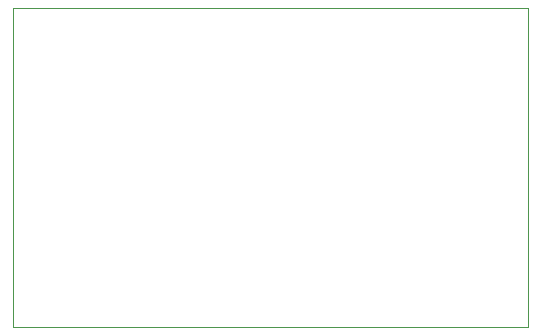
<source format=gbr>
%TF.GenerationSoftware,KiCad,Pcbnew,(6.0.7)*%
%TF.CreationDate,2022-09-02T14:05:42+02:00*%
%TF.ProjectId,blackmagic,626c6163-6b6d-4616-9769-632e6b696361,rev?*%
%TF.SameCoordinates,Original*%
%TF.FileFunction,Profile,NP*%
%FSLAX46Y46*%
G04 Gerber Fmt 4.6, Leading zero omitted, Abs format (unit mm)*
G04 Created by KiCad (PCBNEW (6.0.7)) date 2022-09-02 14:05:42*
%MOMM*%
%LPD*%
G01*
G04 APERTURE LIST*
%TA.AperFunction,Profile*%
%ADD10C,0.050000*%
%TD*%
G04 APERTURE END LIST*
D10*
X20000000Y-20000000D02*
X63575000Y-20000000D01*
X63575000Y-20000000D02*
X63575000Y-46950000D01*
X63575000Y-46950000D02*
X20000000Y-46950000D01*
X20000000Y-46950000D02*
X20000000Y-20000000D01*
M02*

</source>
